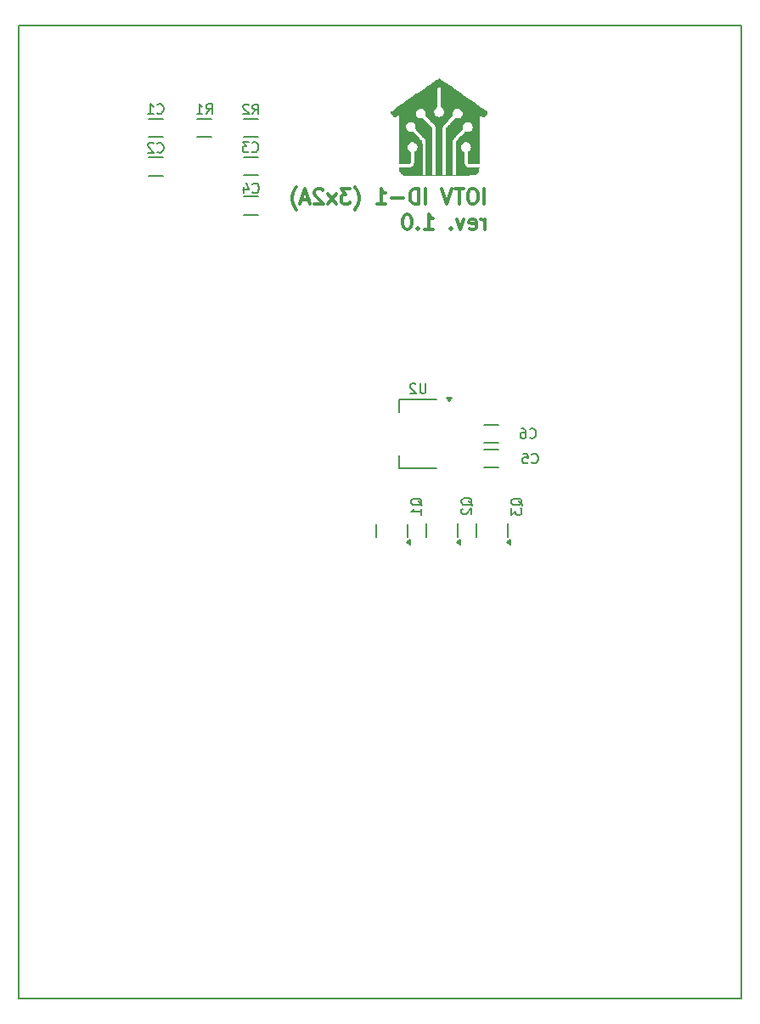
<source format=gbo>
%TF.GenerationSoftware,KiCad,Pcbnew,8.0.3-8.0.3-0~ubuntu23.10.1*%
%TF.CreationDate,2024-07-30T14:16:20+05:00*%
%TF.ProjectId,IOTV,494f5456-2e6b-4696-9361-645f70636258,3*%
%TF.SameCoordinates,Original*%
%TF.FileFunction,Legend,Bot*%
%TF.FilePolarity,Positive*%
%FSLAX46Y46*%
G04 Gerber Fmt 4.6, Leading zero omitted, Abs format (unit mm)*
G04 Created by KiCad (PCBNEW 8.0.3-8.0.3-0~ubuntu23.10.1) date 2024-07-30 14:16:20*
%MOMM*%
%LPD*%
G01*
G04 APERTURE LIST*
%ADD10C,0.300000*%
%ADD11C,0.375000*%
%ADD12C,0.150000*%
%ADD13C,0.000000*%
%TA.AperFunction,Profile*%
%ADD14C,0.150000*%
%TD*%
G04 APERTURE END LIST*
D10*
X158585489Y-67096828D02*
X158585489Y-66096828D01*
X158585489Y-66382542D02*
X158514060Y-66239685D01*
X158514060Y-66239685D02*
X158442632Y-66168257D01*
X158442632Y-66168257D02*
X158299774Y-66096828D01*
X158299774Y-66096828D02*
X158156917Y-66096828D01*
X157085489Y-67025400D02*
X157228346Y-67096828D01*
X157228346Y-67096828D02*
X157514061Y-67096828D01*
X157514061Y-67096828D02*
X157656918Y-67025400D01*
X157656918Y-67025400D02*
X157728346Y-66882542D01*
X157728346Y-66882542D02*
X157728346Y-66311114D01*
X157728346Y-66311114D02*
X157656918Y-66168257D01*
X157656918Y-66168257D02*
X157514061Y-66096828D01*
X157514061Y-66096828D02*
X157228346Y-66096828D01*
X157228346Y-66096828D02*
X157085489Y-66168257D01*
X157085489Y-66168257D02*
X157014061Y-66311114D01*
X157014061Y-66311114D02*
X157014061Y-66453971D01*
X157014061Y-66453971D02*
X157728346Y-66596828D01*
X156514061Y-66096828D02*
X156156918Y-67096828D01*
X156156918Y-67096828D02*
X155799775Y-66096828D01*
X155228347Y-66953971D02*
X155156918Y-67025400D01*
X155156918Y-67025400D02*
X155228347Y-67096828D01*
X155228347Y-67096828D02*
X155299775Y-67025400D01*
X155299775Y-67025400D02*
X155228347Y-66953971D01*
X155228347Y-66953971D02*
X155228347Y-67096828D01*
X152585489Y-67096828D02*
X153442632Y-67096828D01*
X153014061Y-67096828D02*
X153014061Y-65596828D01*
X153014061Y-65596828D02*
X153156918Y-65811114D01*
X153156918Y-65811114D02*
X153299775Y-65953971D01*
X153299775Y-65953971D02*
X153442632Y-66025400D01*
X151942633Y-66953971D02*
X151871204Y-67025400D01*
X151871204Y-67025400D02*
X151942633Y-67096828D01*
X151942633Y-67096828D02*
X152014061Y-67025400D01*
X152014061Y-67025400D02*
X151942633Y-66953971D01*
X151942633Y-66953971D02*
X151942633Y-67096828D01*
X150942632Y-65596828D02*
X150799775Y-65596828D01*
X150799775Y-65596828D02*
X150656918Y-65668257D01*
X150656918Y-65668257D02*
X150585490Y-65739685D01*
X150585490Y-65739685D02*
X150514061Y-65882542D01*
X150514061Y-65882542D02*
X150442632Y-66168257D01*
X150442632Y-66168257D02*
X150442632Y-66525400D01*
X150442632Y-66525400D02*
X150514061Y-66811114D01*
X150514061Y-66811114D02*
X150585490Y-66953971D01*
X150585490Y-66953971D02*
X150656918Y-67025400D01*
X150656918Y-67025400D02*
X150799775Y-67096828D01*
X150799775Y-67096828D02*
X150942632Y-67096828D01*
X150942632Y-67096828D02*
X151085490Y-67025400D01*
X151085490Y-67025400D02*
X151156918Y-66953971D01*
X151156918Y-66953971D02*
X151228347Y-66811114D01*
X151228347Y-66811114D02*
X151299775Y-66525400D01*
X151299775Y-66525400D02*
X151299775Y-66168257D01*
X151299775Y-66168257D02*
X151228347Y-65882542D01*
X151228347Y-65882542D02*
X151156918Y-65739685D01*
X151156918Y-65739685D02*
X151085490Y-65668257D01*
X151085490Y-65668257D02*
X150942632Y-65596828D01*
D11*
X158551428Y-64552928D02*
X158551428Y-63052928D01*
X157551427Y-63052928D02*
X157265713Y-63052928D01*
X157265713Y-63052928D02*
X157122856Y-63124357D01*
X157122856Y-63124357D02*
X156979999Y-63267214D01*
X156979999Y-63267214D02*
X156908570Y-63552928D01*
X156908570Y-63552928D02*
X156908570Y-64052928D01*
X156908570Y-64052928D02*
X156979999Y-64338642D01*
X156979999Y-64338642D02*
X157122856Y-64481500D01*
X157122856Y-64481500D02*
X157265713Y-64552928D01*
X157265713Y-64552928D02*
X157551427Y-64552928D01*
X157551427Y-64552928D02*
X157694285Y-64481500D01*
X157694285Y-64481500D02*
X157837142Y-64338642D01*
X157837142Y-64338642D02*
X157908570Y-64052928D01*
X157908570Y-64052928D02*
X157908570Y-63552928D01*
X157908570Y-63552928D02*
X157837142Y-63267214D01*
X157837142Y-63267214D02*
X157694285Y-63124357D01*
X157694285Y-63124357D02*
X157551427Y-63052928D01*
X156479998Y-63052928D02*
X155622856Y-63052928D01*
X156051427Y-64552928D02*
X156051427Y-63052928D01*
X155337141Y-63052928D02*
X154837141Y-64552928D01*
X154837141Y-64552928D02*
X154337141Y-63052928D01*
X152694285Y-64552928D02*
X152694285Y-63052928D01*
X151979999Y-64552928D02*
X151979999Y-63052928D01*
X151979999Y-63052928D02*
X151622856Y-63052928D01*
X151622856Y-63052928D02*
X151408570Y-63124357D01*
X151408570Y-63124357D02*
X151265713Y-63267214D01*
X151265713Y-63267214D02*
X151194284Y-63410071D01*
X151194284Y-63410071D02*
X151122856Y-63695785D01*
X151122856Y-63695785D02*
X151122856Y-63910071D01*
X151122856Y-63910071D02*
X151194284Y-64195785D01*
X151194284Y-64195785D02*
X151265713Y-64338642D01*
X151265713Y-64338642D02*
X151408570Y-64481500D01*
X151408570Y-64481500D02*
X151622856Y-64552928D01*
X151622856Y-64552928D02*
X151979999Y-64552928D01*
X150479999Y-63981500D02*
X149337142Y-63981500D01*
X147837141Y-64552928D02*
X148694284Y-64552928D01*
X148265713Y-64552928D02*
X148265713Y-63052928D01*
X148265713Y-63052928D02*
X148408570Y-63267214D01*
X148408570Y-63267214D02*
X148551427Y-63410071D01*
X148551427Y-63410071D02*
X148694284Y-63481500D01*
X145622856Y-65124357D02*
X145694285Y-65052928D01*
X145694285Y-65052928D02*
X145837142Y-64838642D01*
X145837142Y-64838642D02*
X145908571Y-64695785D01*
X145908571Y-64695785D02*
X145979999Y-64481500D01*
X145979999Y-64481500D02*
X146051428Y-64124357D01*
X146051428Y-64124357D02*
X146051428Y-63838642D01*
X146051428Y-63838642D02*
X145979999Y-63481500D01*
X145979999Y-63481500D02*
X145908571Y-63267214D01*
X145908571Y-63267214D02*
X145837142Y-63124357D01*
X145837142Y-63124357D02*
X145694285Y-62910071D01*
X145694285Y-62910071D02*
X145622856Y-62838642D01*
X145194285Y-63052928D02*
X144265713Y-63052928D01*
X144265713Y-63052928D02*
X144765713Y-63624357D01*
X144765713Y-63624357D02*
X144551428Y-63624357D01*
X144551428Y-63624357D02*
X144408571Y-63695785D01*
X144408571Y-63695785D02*
X144337142Y-63767214D01*
X144337142Y-63767214D02*
X144265713Y-63910071D01*
X144265713Y-63910071D02*
X144265713Y-64267214D01*
X144265713Y-64267214D02*
X144337142Y-64410071D01*
X144337142Y-64410071D02*
X144408571Y-64481500D01*
X144408571Y-64481500D02*
X144551428Y-64552928D01*
X144551428Y-64552928D02*
X144979999Y-64552928D01*
X144979999Y-64552928D02*
X145122856Y-64481500D01*
X145122856Y-64481500D02*
X145194285Y-64410071D01*
X143765714Y-64552928D02*
X142980000Y-63552928D01*
X143765714Y-63552928D02*
X142980000Y-64552928D01*
X142479999Y-63195785D02*
X142408571Y-63124357D01*
X142408571Y-63124357D02*
X142265714Y-63052928D01*
X142265714Y-63052928D02*
X141908571Y-63052928D01*
X141908571Y-63052928D02*
X141765714Y-63124357D01*
X141765714Y-63124357D02*
X141694285Y-63195785D01*
X141694285Y-63195785D02*
X141622856Y-63338642D01*
X141622856Y-63338642D02*
X141622856Y-63481500D01*
X141622856Y-63481500D02*
X141694285Y-63695785D01*
X141694285Y-63695785D02*
X142551428Y-64552928D01*
X142551428Y-64552928D02*
X141622856Y-64552928D01*
X141051428Y-64124357D02*
X140337143Y-64124357D01*
X141194285Y-64552928D02*
X140694285Y-63052928D01*
X140694285Y-63052928D02*
X140194285Y-64552928D01*
X139837143Y-65124357D02*
X139765714Y-65052928D01*
X139765714Y-65052928D02*
X139622857Y-64838642D01*
X139622857Y-64838642D02*
X139551429Y-64695785D01*
X139551429Y-64695785D02*
X139480000Y-64481500D01*
X139480000Y-64481500D02*
X139408571Y-64124357D01*
X139408571Y-64124357D02*
X139408571Y-63838642D01*
X139408571Y-63838642D02*
X139480000Y-63481500D01*
X139480000Y-63481500D02*
X139551429Y-63267214D01*
X139551429Y-63267214D02*
X139622857Y-63124357D01*
X139622857Y-63124357D02*
X139765714Y-62910071D01*
X139765714Y-62910071D02*
X139837143Y-62838642D01*
D12*
X162357057Y-94607361D02*
X162309438Y-94512123D01*
X162309438Y-94512123D02*
X162214200Y-94416885D01*
X162214200Y-94416885D02*
X162071342Y-94274028D01*
X162071342Y-94274028D02*
X162023723Y-94178790D01*
X162023723Y-94178790D02*
X162023723Y-94083552D01*
X162261819Y-94131171D02*
X162214200Y-94035933D01*
X162214200Y-94035933D02*
X162118961Y-93940695D01*
X162118961Y-93940695D02*
X161928485Y-93893076D01*
X161928485Y-93893076D02*
X161595152Y-93893076D01*
X161595152Y-93893076D02*
X161404676Y-93940695D01*
X161404676Y-93940695D02*
X161309438Y-94035933D01*
X161309438Y-94035933D02*
X161261819Y-94131171D01*
X161261819Y-94131171D02*
X161261819Y-94321647D01*
X161261819Y-94321647D02*
X161309438Y-94416885D01*
X161309438Y-94416885D02*
X161404676Y-94512123D01*
X161404676Y-94512123D02*
X161595152Y-94559742D01*
X161595152Y-94559742D02*
X161928485Y-94559742D01*
X161928485Y-94559742D02*
X162118961Y-94512123D01*
X162118961Y-94512123D02*
X162214200Y-94416885D01*
X162214200Y-94416885D02*
X162261819Y-94321647D01*
X162261819Y-94321647D02*
X162261819Y-94131171D01*
X161261819Y-94893076D02*
X161261819Y-95512123D01*
X161261819Y-95512123D02*
X161642771Y-95178790D01*
X161642771Y-95178790D02*
X161642771Y-95321647D01*
X161642771Y-95321647D02*
X161690390Y-95416885D01*
X161690390Y-95416885D02*
X161738009Y-95464504D01*
X161738009Y-95464504D02*
X161833247Y-95512123D01*
X161833247Y-95512123D02*
X162071342Y-95512123D01*
X162071342Y-95512123D02*
X162166580Y-95464504D01*
X162166580Y-95464504D02*
X162214200Y-95416885D01*
X162214200Y-95416885D02*
X162261819Y-95321647D01*
X162261819Y-95321647D02*
X162261819Y-95035933D01*
X162261819Y-95035933D02*
X162214200Y-94940695D01*
X162214200Y-94940695D02*
X162166580Y-94893076D01*
X152713704Y-82418419D02*
X152713704Y-83227942D01*
X152713704Y-83227942D02*
X152666085Y-83323180D01*
X152666085Y-83323180D02*
X152618466Y-83370800D01*
X152618466Y-83370800D02*
X152523228Y-83418419D01*
X152523228Y-83418419D02*
X152332752Y-83418419D01*
X152332752Y-83418419D02*
X152237514Y-83370800D01*
X152237514Y-83370800D02*
X152189895Y-83323180D01*
X152189895Y-83323180D02*
X152142276Y-83227942D01*
X152142276Y-83227942D02*
X152142276Y-82418419D01*
X151713704Y-82513657D02*
X151666085Y-82466038D01*
X151666085Y-82466038D02*
X151570847Y-82418419D01*
X151570847Y-82418419D02*
X151332752Y-82418419D01*
X151332752Y-82418419D02*
X151237514Y-82466038D01*
X151237514Y-82466038D02*
X151189895Y-82513657D01*
X151189895Y-82513657D02*
X151142276Y-82608895D01*
X151142276Y-82608895D02*
X151142276Y-82704133D01*
X151142276Y-82704133D02*
X151189895Y-82846990D01*
X151189895Y-82846990D02*
X151761323Y-83418419D01*
X151761323Y-83418419D02*
X151142276Y-83418419D01*
X125956466Y-55493180D02*
X126004085Y-55540800D01*
X126004085Y-55540800D02*
X126146942Y-55588419D01*
X126146942Y-55588419D02*
X126242180Y-55588419D01*
X126242180Y-55588419D02*
X126385037Y-55540800D01*
X126385037Y-55540800D02*
X126480275Y-55445561D01*
X126480275Y-55445561D02*
X126527894Y-55350323D01*
X126527894Y-55350323D02*
X126575513Y-55159847D01*
X126575513Y-55159847D02*
X126575513Y-55016990D01*
X126575513Y-55016990D02*
X126527894Y-54826514D01*
X126527894Y-54826514D02*
X126480275Y-54731276D01*
X126480275Y-54731276D02*
X126385037Y-54636038D01*
X126385037Y-54636038D02*
X126242180Y-54588419D01*
X126242180Y-54588419D02*
X126146942Y-54588419D01*
X126146942Y-54588419D02*
X126004085Y-54636038D01*
X126004085Y-54636038D02*
X125956466Y-54683657D01*
X125004085Y-55588419D02*
X125575513Y-55588419D01*
X125289799Y-55588419D02*
X125289799Y-54588419D01*
X125289799Y-54588419D02*
X125385037Y-54731276D01*
X125385037Y-54731276D02*
X125480275Y-54826514D01*
X125480275Y-54826514D02*
X125575513Y-54874133D01*
X125958266Y-59353980D02*
X126005885Y-59401600D01*
X126005885Y-59401600D02*
X126148742Y-59449219D01*
X126148742Y-59449219D02*
X126243980Y-59449219D01*
X126243980Y-59449219D02*
X126386837Y-59401600D01*
X126386837Y-59401600D02*
X126482075Y-59306361D01*
X126482075Y-59306361D02*
X126529694Y-59211123D01*
X126529694Y-59211123D02*
X126577313Y-59020647D01*
X126577313Y-59020647D02*
X126577313Y-58877790D01*
X126577313Y-58877790D02*
X126529694Y-58687314D01*
X126529694Y-58687314D02*
X126482075Y-58592076D01*
X126482075Y-58592076D02*
X126386837Y-58496838D01*
X126386837Y-58496838D02*
X126243980Y-58449219D01*
X126243980Y-58449219D02*
X126148742Y-58449219D01*
X126148742Y-58449219D02*
X126005885Y-58496838D01*
X126005885Y-58496838D02*
X125958266Y-58544457D01*
X125577313Y-58544457D02*
X125529694Y-58496838D01*
X125529694Y-58496838D02*
X125434456Y-58449219D01*
X125434456Y-58449219D02*
X125196361Y-58449219D01*
X125196361Y-58449219D02*
X125101123Y-58496838D01*
X125101123Y-58496838D02*
X125053504Y-58544457D01*
X125053504Y-58544457D02*
X125005885Y-58639695D01*
X125005885Y-58639695D02*
X125005885Y-58734933D01*
X125005885Y-58734933D02*
X125053504Y-58877790D01*
X125053504Y-58877790D02*
X125624932Y-59449219D01*
X125624932Y-59449219D02*
X125005885Y-59449219D01*
X157378657Y-94581961D02*
X157331038Y-94486723D01*
X157331038Y-94486723D02*
X157235800Y-94391485D01*
X157235800Y-94391485D02*
X157092942Y-94248628D01*
X157092942Y-94248628D02*
X157045323Y-94153390D01*
X157045323Y-94153390D02*
X157045323Y-94058152D01*
X157283419Y-94105771D02*
X157235800Y-94010533D01*
X157235800Y-94010533D02*
X157140561Y-93915295D01*
X157140561Y-93915295D02*
X156950085Y-93867676D01*
X156950085Y-93867676D02*
X156616752Y-93867676D01*
X156616752Y-93867676D02*
X156426276Y-93915295D01*
X156426276Y-93915295D02*
X156331038Y-94010533D01*
X156331038Y-94010533D02*
X156283419Y-94105771D01*
X156283419Y-94105771D02*
X156283419Y-94296247D01*
X156283419Y-94296247D02*
X156331038Y-94391485D01*
X156331038Y-94391485D02*
X156426276Y-94486723D01*
X156426276Y-94486723D02*
X156616752Y-94534342D01*
X156616752Y-94534342D02*
X156950085Y-94534342D01*
X156950085Y-94534342D02*
X157140561Y-94486723D01*
X157140561Y-94486723D02*
X157235800Y-94391485D01*
X157235800Y-94391485D02*
X157283419Y-94296247D01*
X157283419Y-94296247D02*
X157283419Y-94105771D01*
X156378657Y-94915295D02*
X156331038Y-94962914D01*
X156331038Y-94962914D02*
X156283419Y-95058152D01*
X156283419Y-95058152D02*
X156283419Y-95296247D01*
X156283419Y-95296247D02*
X156331038Y-95391485D01*
X156331038Y-95391485D02*
X156378657Y-95439104D01*
X156378657Y-95439104D02*
X156473895Y-95486723D01*
X156473895Y-95486723D02*
X156569133Y-95486723D01*
X156569133Y-95486723D02*
X156711990Y-95439104D01*
X156711990Y-95439104D02*
X157283419Y-94867676D01*
X157283419Y-94867676D02*
X157283419Y-95486723D01*
X152349457Y-94607361D02*
X152301838Y-94512123D01*
X152301838Y-94512123D02*
X152206600Y-94416885D01*
X152206600Y-94416885D02*
X152063742Y-94274028D01*
X152063742Y-94274028D02*
X152016123Y-94178790D01*
X152016123Y-94178790D02*
X152016123Y-94083552D01*
X152254219Y-94131171D02*
X152206600Y-94035933D01*
X152206600Y-94035933D02*
X152111361Y-93940695D01*
X152111361Y-93940695D02*
X151920885Y-93893076D01*
X151920885Y-93893076D02*
X151587552Y-93893076D01*
X151587552Y-93893076D02*
X151397076Y-93940695D01*
X151397076Y-93940695D02*
X151301838Y-94035933D01*
X151301838Y-94035933D02*
X151254219Y-94131171D01*
X151254219Y-94131171D02*
X151254219Y-94321647D01*
X151254219Y-94321647D02*
X151301838Y-94416885D01*
X151301838Y-94416885D02*
X151397076Y-94512123D01*
X151397076Y-94512123D02*
X151587552Y-94559742D01*
X151587552Y-94559742D02*
X151920885Y-94559742D01*
X151920885Y-94559742D02*
X152111361Y-94512123D01*
X152111361Y-94512123D02*
X152206600Y-94416885D01*
X152206600Y-94416885D02*
X152254219Y-94321647D01*
X152254219Y-94321647D02*
X152254219Y-94131171D01*
X152254219Y-95512123D02*
X152254219Y-94940695D01*
X152254219Y-95226409D02*
X151254219Y-95226409D01*
X151254219Y-95226409D02*
X151397076Y-95131171D01*
X151397076Y-95131171D02*
X151492314Y-95035933D01*
X151492314Y-95035933D02*
X151539933Y-94940695D01*
X130833266Y-55584219D02*
X131166599Y-55108028D01*
X131404694Y-55584219D02*
X131404694Y-54584219D01*
X131404694Y-54584219D02*
X131023742Y-54584219D01*
X131023742Y-54584219D02*
X130928504Y-54631838D01*
X130928504Y-54631838D02*
X130880885Y-54679457D01*
X130880885Y-54679457D02*
X130833266Y-54774695D01*
X130833266Y-54774695D02*
X130833266Y-54917552D01*
X130833266Y-54917552D02*
X130880885Y-55012790D01*
X130880885Y-55012790D02*
X130928504Y-55060409D01*
X130928504Y-55060409D02*
X131023742Y-55108028D01*
X131023742Y-55108028D02*
X131404694Y-55108028D01*
X129880885Y-55584219D02*
X130452313Y-55584219D01*
X130166599Y-55584219D02*
X130166599Y-54584219D01*
X130166599Y-54584219D02*
X130261837Y-54727076D01*
X130261837Y-54727076D02*
X130357075Y-54822314D01*
X130357075Y-54822314D02*
X130452313Y-54869933D01*
X135456066Y-55618419D02*
X135789399Y-55142228D01*
X136027494Y-55618419D02*
X136027494Y-54618419D01*
X136027494Y-54618419D02*
X135646542Y-54618419D01*
X135646542Y-54618419D02*
X135551304Y-54666038D01*
X135551304Y-54666038D02*
X135503685Y-54713657D01*
X135503685Y-54713657D02*
X135456066Y-54808895D01*
X135456066Y-54808895D02*
X135456066Y-54951752D01*
X135456066Y-54951752D02*
X135503685Y-55046990D01*
X135503685Y-55046990D02*
X135551304Y-55094609D01*
X135551304Y-55094609D02*
X135646542Y-55142228D01*
X135646542Y-55142228D02*
X136027494Y-55142228D01*
X135075113Y-54713657D02*
X135027494Y-54666038D01*
X135027494Y-54666038D02*
X134932256Y-54618419D01*
X134932256Y-54618419D02*
X134694161Y-54618419D01*
X134694161Y-54618419D02*
X134598923Y-54666038D01*
X134598923Y-54666038D02*
X134551304Y-54713657D01*
X134551304Y-54713657D02*
X134503685Y-54808895D01*
X134503685Y-54808895D02*
X134503685Y-54904133D01*
X134503685Y-54904133D02*
X134551304Y-55046990D01*
X134551304Y-55046990D02*
X135122732Y-55618419D01*
X135122732Y-55618419D02*
X134503685Y-55618419D01*
X163294466Y-90312380D02*
X163342085Y-90360000D01*
X163342085Y-90360000D02*
X163484942Y-90407619D01*
X163484942Y-90407619D02*
X163580180Y-90407619D01*
X163580180Y-90407619D02*
X163723037Y-90360000D01*
X163723037Y-90360000D02*
X163818275Y-90264761D01*
X163818275Y-90264761D02*
X163865894Y-90169523D01*
X163865894Y-90169523D02*
X163913513Y-89979047D01*
X163913513Y-89979047D02*
X163913513Y-89836190D01*
X163913513Y-89836190D02*
X163865894Y-89645714D01*
X163865894Y-89645714D02*
X163818275Y-89550476D01*
X163818275Y-89550476D02*
X163723037Y-89455238D01*
X163723037Y-89455238D02*
X163580180Y-89407619D01*
X163580180Y-89407619D02*
X163484942Y-89407619D01*
X163484942Y-89407619D02*
X163342085Y-89455238D01*
X163342085Y-89455238D02*
X163294466Y-89502857D01*
X162389704Y-89407619D02*
X162865894Y-89407619D01*
X162865894Y-89407619D02*
X162913513Y-89883809D01*
X162913513Y-89883809D02*
X162865894Y-89836190D01*
X162865894Y-89836190D02*
X162770656Y-89788571D01*
X162770656Y-89788571D02*
X162532561Y-89788571D01*
X162532561Y-89788571D02*
X162437323Y-89836190D01*
X162437323Y-89836190D02*
X162389704Y-89883809D01*
X162389704Y-89883809D02*
X162342085Y-89979047D01*
X162342085Y-89979047D02*
X162342085Y-90217142D01*
X162342085Y-90217142D02*
X162389704Y-90312380D01*
X162389704Y-90312380D02*
X162437323Y-90360000D01*
X162437323Y-90360000D02*
X162532561Y-90407619D01*
X162532561Y-90407619D02*
X162770656Y-90407619D01*
X162770656Y-90407619D02*
X162865894Y-90360000D01*
X162865894Y-90360000D02*
X162913513Y-90312380D01*
X163091266Y-87823180D02*
X163138885Y-87870800D01*
X163138885Y-87870800D02*
X163281742Y-87918419D01*
X163281742Y-87918419D02*
X163376980Y-87918419D01*
X163376980Y-87918419D02*
X163519837Y-87870800D01*
X163519837Y-87870800D02*
X163615075Y-87775561D01*
X163615075Y-87775561D02*
X163662694Y-87680323D01*
X163662694Y-87680323D02*
X163710313Y-87489847D01*
X163710313Y-87489847D02*
X163710313Y-87346990D01*
X163710313Y-87346990D02*
X163662694Y-87156514D01*
X163662694Y-87156514D02*
X163615075Y-87061276D01*
X163615075Y-87061276D02*
X163519837Y-86966038D01*
X163519837Y-86966038D02*
X163376980Y-86918419D01*
X163376980Y-86918419D02*
X163281742Y-86918419D01*
X163281742Y-86918419D02*
X163138885Y-86966038D01*
X163138885Y-86966038D02*
X163091266Y-87013657D01*
X162234123Y-86918419D02*
X162424599Y-86918419D01*
X162424599Y-86918419D02*
X162519837Y-86966038D01*
X162519837Y-86966038D02*
X162567456Y-87013657D01*
X162567456Y-87013657D02*
X162662694Y-87156514D01*
X162662694Y-87156514D02*
X162710313Y-87346990D01*
X162710313Y-87346990D02*
X162710313Y-87727942D01*
X162710313Y-87727942D02*
X162662694Y-87823180D01*
X162662694Y-87823180D02*
X162615075Y-87870800D01*
X162615075Y-87870800D02*
X162519837Y-87918419D01*
X162519837Y-87918419D02*
X162329361Y-87918419D01*
X162329361Y-87918419D02*
X162234123Y-87870800D01*
X162234123Y-87870800D02*
X162186504Y-87823180D01*
X162186504Y-87823180D02*
X162138885Y-87727942D01*
X162138885Y-87727942D02*
X162138885Y-87489847D01*
X162138885Y-87489847D02*
X162186504Y-87394609D01*
X162186504Y-87394609D02*
X162234123Y-87346990D01*
X162234123Y-87346990D02*
X162329361Y-87299371D01*
X162329361Y-87299371D02*
X162519837Y-87299371D01*
X162519837Y-87299371D02*
X162615075Y-87346990D01*
X162615075Y-87346990D02*
X162662694Y-87394609D01*
X162662694Y-87394609D02*
X162710313Y-87489847D01*
X135405266Y-59298980D02*
X135452885Y-59346600D01*
X135452885Y-59346600D02*
X135595742Y-59394219D01*
X135595742Y-59394219D02*
X135690980Y-59394219D01*
X135690980Y-59394219D02*
X135833837Y-59346600D01*
X135833837Y-59346600D02*
X135929075Y-59251361D01*
X135929075Y-59251361D02*
X135976694Y-59156123D01*
X135976694Y-59156123D02*
X136024313Y-58965647D01*
X136024313Y-58965647D02*
X136024313Y-58822790D01*
X136024313Y-58822790D02*
X135976694Y-58632314D01*
X135976694Y-58632314D02*
X135929075Y-58537076D01*
X135929075Y-58537076D02*
X135833837Y-58441838D01*
X135833837Y-58441838D02*
X135690980Y-58394219D01*
X135690980Y-58394219D02*
X135595742Y-58394219D01*
X135595742Y-58394219D02*
X135452885Y-58441838D01*
X135452885Y-58441838D02*
X135405266Y-58489457D01*
X135071932Y-58394219D02*
X134452885Y-58394219D01*
X134452885Y-58394219D02*
X134786218Y-58775171D01*
X134786218Y-58775171D02*
X134643361Y-58775171D01*
X134643361Y-58775171D02*
X134548123Y-58822790D01*
X134548123Y-58822790D02*
X134500504Y-58870409D01*
X134500504Y-58870409D02*
X134452885Y-58965647D01*
X134452885Y-58965647D02*
X134452885Y-59203742D01*
X134452885Y-59203742D02*
X134500504Y-59298980D01*
X134500504Y-59298980D02*
X134548123Y-59346600D01*
X134548123Y-59346600D02*
X134643361Y-59394219D01*
X134643361Y-59394219D02*
X134929075Y-59394219D01*
X134929075Y-59394219D02*
X135024313Y-59346600D01*
X135024313Y-59346600D02*
X135071932Y-59298980D01*
X135456066Y-63388380D02*
X135503685Y-63436000D01*
X135503685Y-63436000D02*
X135646542Y-63483619D01*
X135646542Y-63483619D02*
X135741780Y-63483619D01*
X135741780Y-63483619D02*
X135884637Y-63436000D01*
X135884637Y-63436000D02*
X135979875Y-63340761D01*
X135979875Y-63340761D02*
X136027494Y-63245523D01*
X136027494Y-63245523D02*
X136075113Y-63055047D01*
X136075113Y-63055047D02*
X136075113Y-62912190D01*
X136075113Y-62912190D02*
X136027494Y-62721714D01*
X136027494Y-62721714D02*
X135979875Y-62626476D01*
X135979875Y-62626476D02*
X135884637Y-62531238D01*
X135884637Y-62531238D02*
X135741780Y-62483619D01*
X135741780Y-62483619D02*
X135646542Y-62483619D01*
X135646542Y-62483619D02*
X135503685Y-62531238D01*
X135503685Y-62531238D02*
X135456066Y-62578857D01*
X134598923Y-62816952D02*
X134598923Y-63483619D01*
X134837018Y-62436000D02*
X135075113Y-63150285D01*
X135075113Y-63150285D02*
X134456066Y-63150285D01*
%TO.C,Q3*%
X161147600Y-98469600D02*
X160817600Y-98229600D01*
X161147600Y-97989600D01*
X161147600Y-98469600D01*
G36*
X161147600Y-98469600D02*
G01*
X160817600Y-98229600D01*
X161147600Y-97989600D01*
X161147600Y-98469600D01*
G37*
X160867600Y-97717100D02*
X160867600Y-97067100D01*
X160867600Y-96417100D02*
X160867600Y-97067100D01*
X157747600Y-97717100D02*
X157747600Y-97067100D01*
X157747600Y-96417100D02*
X157747600Y-97067100D01*
%TO.C,U2*%
X155081800Y-84153600D02*
X154841800Y-83823600D01*
X155321800Y-83823600D01*
X155081800Y-84153600D01*
G36*
X155081800Y-84153600D02*
G01*
X154841800Y-83823600D01*
X155321800Y-83823600D01*
X155081800Y-84153600D01*
G37*
X150041800Y-90873600D02*
X153801800Y-90873600D01*
X150041800Y-89613600D02*
X150041800Y-90873600D01*
X150041800Y-85313600D02*
X150041800Y-84053600D01*
X150041800Y-84053600D02*
X153801800Y-84053600D01*
%TO.C,C1*%
X125078548Y-57893600D02*
X126501052Y-57893600D01*
X125078548Y-56073600D02*
X126501052Y-56073600D01*
D13*
%TO.C,G\u002A\u002A\u002A*%
G36*
X158831836Y-55587792D02*
G01*
X158763666Y-55691461D01*
X158716406Y-55757471D01*
X158652011Y-55837032D01*
X158596910Y-55888549D01*
X158546153Y-55916314D01*
X158494796Y-55924615D01*
X158468751Y-55916119D01*
X158416479Y-55889173D01*
X158347496Y-55848166D01*
X158269806Y-55797615D01*
X158199509Y-55750372D01*
X158136616Y-55708968D01*
X158092518Y-55680930D01*
X158073938Y-55670615D01*
X158072878Y-55689401D01*
X158071846Y-55744944D01*
X158070862Y-55834908D01*
X158069932Y-55956952D01*
X158069065Y-56108737D01*
X158068269Y-56287923D01*
X158067553Y-56492170D01*
X158066925Y-56719139D01*
X158066527Y-56903874D01*
X158066392Y-56966490D01*
X158065964Y-57231884D01*
X158065648Y-57512980D01*
X158065452Y-57807440D01*
X158065385Y-58112923D01*
X158065385Y-60555230D01*
X157539346Y-60555230D01*
X157013306Y-60555230D01*
X156953192Y-60504647D01*
X156893077Y-60454064D01*
X156893077Y-59901326D01*
X156893077Y-59348587D01*
X156950722Y-59324709D01*
X156965994Y-59317367D01*
X157020670Y-59281854D01*
X157074421Y-59236682D01*
X157078393Y-59232784D01*
X157159581Y-59128016D01*
X157207503Y-59012833D01*
X157224148Y-58892914D01*
X157211504Y-58773937D01*
X157171560Y-58661579D01*
X157106305Y-58561519D01*
X157017727Y-58479436D01*
X156907816Y-58421006D01*
X156778558Y-58391910D01*
X156733310Y-58389671D01*
X156598138Y-58406215D01*
X156477271Y-58455301D01*
X156375314Y-58532728D01*
X156296872Y-58634296D01*
X156246552Y-58755806D01*
X156228960Y-58893057D01*
X156240042Y-58979500D01*
X156279543Y-59087543D01*
X156341277Y-59188212D01*
X156418518Y-59270958D01*
X156504537Y-59325231D01*
X156560923Y-59348587D01*
X156560923Y-59872793D01*
X156561205Y-59966186D01*
X156562943Y-60117611D01*
X156566105Y-60251817D01*
X156570503Y-60363342D01*
X156575950Y-60446722D01*
X156582261Y-60496493D01*
X156587879Y-60519464D01*
X156639403Y-60636372D01*
X156723459Y-60738296D01*
X156835157Y-60819000D01*
X156941923Y-60877615D01*
X157505774Y-60877615D01*
X158069624Y-60877615D01*
X158061602Y-61046170D01*
X158056629Y-61121469D01*
X158045184Y-61198889D01*
X158024426Y-61267174D01*
X157990277Y-61343311D01*
X157915197Y-61463917D01*
X157804422Y-61575661D01*
X157669564Y-61657338D01*
X157513039Y-61707105D01*
X157508007Y-61707684D01*
X157467498Y-61709392D01*
X157390626Y-61711014D01*
X157279432Y-61712542D01*
X157135958Y-61713968D01*
X156962246Y-61715284D01*
X156760337Y-61716483D01*
X156532272Y-61717556D01*
X156280094Y-61718496D01*
X156005843Y-61719294D01*
X155711562Y-61719944D01*
X155399292Y-61720436D01*
X155071074Y-61720763D01*
X154728951Y-61720917D01*
X154374964Y-61720890D01*
X154011154Y-61720674D01*
X150591923Y-61717769D01*
X150480784Y-61672855D01*
X150342753Y-61597709D01*
X150227985Y-61493516D01*
X150140937Y-61364358D01*
X150083715Y-61213371D01*
X150058424Y-61043692D01*
X150050377Y-60877615D01*
X150614227Y-60877615D01*
X151178077Y-60877615D01*
X151284844Y-60819000D01*
X151307561Y-60805837D01*
X151414471Y-60720700D01*
X151492828Y-60615507D01*
X151537740Y-60496493D01*
X151541488Y-60472089D01*
X151547321Y-60402194D01*
X151552184Y-60301853D01*
X151555889Y-60176531D01*
X151558249Y-60031690D01*
X151559077Y-59872793D01*
X151559077Y-59348587D01*
X151615464Y-59325231D01*
X151686243Y-59283295D01*
X151765588Y-59204958D01*
X151830653Y-59106773D01*
X151874713Y-58999289D01*
X151891040Y-58893057D01*
X151889274Y-58847948D01*
X151860772Y-58715248D01*
X151801008Y-58599626D01*
X151714587Y-58505281D01*
X151606115Y-58436414D01*
X151480198Y-58397223D01*
X151341442Y-58391910D01*
X151271292Y-58403283D01*
X151147853Y-58450723D01*
X151043940Y-58527542D01*
X150964095Y-58628737D01*
X150912858Y-58749302D01*
X150894770Y-58884233D01*
X150895018Y-58898635D01*
X150916431Y-59021879D01*
X150968375Y-59137695D01*
X151045187Y-59236341D01*
X151141201Y-59308072D01*
X151226923Y-59353548D01*
X151226923Y-59903806D01*
X151226923Y-60454064D01*
X151166809Y-60504647D01*
X151106694Y-60555230D01*
X150580655Y-60555230D01*
X150054616Y-60555230D01*
X150054616Y-58112923D01*
X150054539Y-57810329D01*
X150054313Y-57515752D01*
X150053947Y-57234516D01*
X150053451Y-56968960D01*
X150053140Y-56844278D01*
X150731433Y-56844278D01*
X150740487Y-56973338D01*
X150785205Y-57104144D01*
X150787492Y-57108764D01*
X150864514Y-57222289D01*
X150965345Y-57305612D01*
X151086898Y-57356846D01*
X151226087Y-57374098D01*
X151267338Y-57372614D01*
X151338879Y-57364474D01*
X151391889Y-57351655D01*
X151403002Y-57347618D01*
X151419032Y-57344565D01*
X151436955Y-57347586D01*
X151459988Y-57359377D01*
X151491349Y-57382631D01*
X151534255Y-57420044D01*
X151591924Y-57474309D01*
X151667573Y-57548121D01*
X151764420Y-57644175D01*
X151885682Y-57765164D01*
X151995396Y-57875696D01*
X152110702Y-57994405D01*
X152207309Y-58096856D01*
X152282782Y-58180412D01*
X152334690Y-58242434D01*
X152360601Y-58280284D01*
X152364599Y-58288769D01*
X152370901Y-58304462D01*
X152376389Y-58323461D01*
X152381119Y-58348321D01*
X152385147Y-58381598D01*
X152388529Y-58425846D01*
X152391323Y-58483620D01*
X152393583Y-58557476D01*
X152395366Y-58649969D01*
X152396729Y-58763652D01*
X152397728Y-58901083D01*
X152398419Y-59064815D01*
X152398859Y-59257404D01*
X152399103Y-59481404D01*
X152399209Y-59739372D01*
X152399231Y-60033861D01*
X152399231Y-61708000D01*
X152555539Y-61708000D01*
X152711846Y-61708000D01*
X152711846Y-59999117D01*
X152711846Y-59974440D01*
X152711830Y-59679926D01*
X152711743Y-59421714D01*
X152711527Y-59197230D01*
X152711123Y-59003900D01*
X152710471Y-58839150D01*
X152709513Y-58700408D01*
X152708190Y-58585099D01*
X152706442Y-58490649D01*
X152704212Y-58414485D01*
X152701440Y-58354034D01*
X152698066Y-58306721D01*
X152694033Y-58269973D01*
X152689282Y-58241216D01*
X152683752Y-58217877D01*
X152677386Y-58197381D01*
X152670124Y-58177156D01*
X152668909Y-58173889D01*
X152655316Y-58141380D01*
X152637669Y-58108522D01*
X152613003Y-58071923D01*
X152578355Y-58028190D01*
X152530758Y-57973931D01*
X152467248Y-57905752D01*
X152384861Y-57820261D01*
X152280631Y-57714066D01*
X152151594Y-57583773D01*
X152042410Y-57473692D01*
X151936617Y-57366524D01*
X151853658Y-57281435D01*
X151790947Y-57215401D01*
X151745898Y-57165399D01*
X151715925Y-57128408D01*
X151698444Y-57101402D01*
X151690867Y-57081361D01*
X151690610Y-57065260D01*
X151695086Y-57050078D01*
X151701726Y-57028927D01*
X151713626Y-56945744D01*
X151713288Y-56848060D01*
X151701445Y-56752682D01*
X151678827Y-56676412D01*
X151666151Y-56650598D01*
X151588171Y-56542631D01*
X151484926Y-56460389D01*
X151362912Y-56408010D01*
X151228622Y-56389630D01*
X151111200Y-56402322D01*
X150989047Y-56446727D01*
X150886852Y-56518187D01*
X150807758Y-56611640D01*
X150754904Y-56722024D01*
X150731433Y-56844278D01*
X150053140Y-56844278D01*
X150052833Y-56721425D01*
X150052104Y-56494248D01*
X150051273Y-56289771D01*
X150050350Y-56110333D01*
X150049344Y-55958274D01*
X150048264Y-55835933D01*
X150047121Y-55745649D01*
X150045923Y-55689764D01*
X150044680Y-55670615D01*
X150027839Y-55679612D01*
X149984937Y-55706681D01*
X149922973Y-55747481D01*
X149848732Y-55797615D01*
X149780035Y-55842828D01*
X149709961Y-55885232D01*
X149655655Y-55914011D01*
X149625126Y-55924615D01*
X149592747Y-55921480D01*
X149542347Y-55901506D01*
X149489439Y-55859369D01*
X149429082Y-55790783D01*
X149356335Y-55691461D01*
X149292091Y-55593735D01*
X149247150Y-55509971D01*
X149242974Y-55496705D01*
X151737230Y-55496705D01*
X151738143Y-55613855D01*
X151765961Y-55727977D01*
X151821314Y-55833401D01*
X151904832Y-55924455D01*
X152017145Y-55995467D01*
X152116110Y-56028510D01*
X152249257Y-56041444D01*
X152379672Y-56022313D01*
X152447777Y-56002781D01*
X152892458Y-56447146D01*
X152949827Y-56504743D01*
X153055945Y-56612744D01*
X153152186Y-56712565D01*
X153234953Y-56800364D01*
X153300646Y-56872300D01*
X153345666Y-56924528D01*
X153366416Y-56953208D01*
X153367878Y-56956643D01*
X153372176Y-56972014D01*
X153376018Y-56995853D01*
X153379427Y-57030201D01*
X153382428Y-57077097D01*
X153385047Y-57138583D01*
X153387308Y-57216699D01*
X153389236Y-57313486D01*
X153390856Y-57430984D01*
X153392192Y-57571234D01*
X153393270Y-57736277D01*
X153394113Y-57928153D01*
X153394748Y-58148903D01*
X153395199Y-58400567D01*
X153395490Y-58685186D01*
X153395646Y-59004801D01*
X153395693Y-59361452D01*
X153395693Y-59974440D01*
X153395693Y-61708000D01*
X153561770Y-61708000D01*
X153727846Y-61708000D01*
X153727846Y-59377259D01*
X153727851Y-59247911D01*
X153727876Y-58899352D01*
X154392132Y-58899352D01*
X154392132Y-59015684D01*
X154392154Y-59377259D01*
X154392154Y-61708000D01*
X154558231Y-61708000D01*
X154724308Y-61708000D01*
X154724308Y-59999117D01*
X155408154Y-59999117D01*
X155408154Y-61708000D01*
X155564462Y-61708000D01*
X155720770Y-61708000D01*
X155720770Y-60033861D01*
X155720776Y-59860591D01*
X155720839Y-59587330D01*
X155721017Y-59349128D01*
X155721366Y-59143429D01*
X155721943Y-58967679D01*
X155722803Y-58819323D01*
X155724004Y-58695805D01*
X155725601Y-58594570D01*
X155727650Y-58513063D01*
X155730209Y-58448730D01*
X155733333Y-58399014D01*
X155737078Y-58361362D01*
X155741501Y-58333218D01*
X155746658Y-58312027D01*
X155752606Y-58295234D01*
X155759400Y-58280284D01*
X155779402Y-58250120D01*
X155827348Y-58191757D01*
X155899244Y-58111442D01*
X155992660Y-58011813D01*
X156105162Y-57895507D01*
X156234319Y-57765164D01*
X156317295Y-57682336D01*
X156422073Y-57578115D01*
X156504561Y-57497051D01*
X156567976Y-57436449D01*
X156615535Y-57393615D01*
X156650456Y-57365854D01*
X156675957Y-57350472D01*
X156695255Y-57344775D01*
X156711567Y-57346067D01*
X156728111Y-57351655D01*
X156802767Y-57368645D01*
X156899448Y-57373025D01*
X156997352Y-57364154D01*
X157078477Y-57342503D01*
X157124275Y-57320846D01*
X157234407Y-57242806D01*
X157317260Y-57143331D01*
X157370653Y-57028371D01*
X157392406Y-56903874D01*
X157380338Y-56775792D01*
X157332268Y-56650073D01*
X157257304Y-56543546D01*
X157154926Y-56458670D01*
X157032415Y-56407049D01*
X156891379Y-56389630D01*
X156862195Y-56390482D01*
X156729966Y-56416418D01*
X156611389Y-56475476D01*
X156512960Y-56563520D01*
X156441174Y-56676412D01*
X156432668Y-56698125D01*
X156413479Y-56782464D01*
X156405303Y-56880439D01*
X156408872Y-56975245D01*
X156424915Y-57050078D01*
X156428944Y-57062932D01*
X156429586Y-57078693D01*
X156423309Y-57097928D01*
X156407526Y-57123661D01*
X156379651Y-57158913D01*
X156337099Y-57206708D01*
X156277285Y-57270068D01*
X156197622Y-57352017D01*
X156095524Y-57455578D01*
X155968406Y-57583773D01*
X155954698Y-57597584D01*
X155828202Y-57725387D01*
X155726224Y-57829422D01*
X155645801Y-57913082D01*
X155583968Y-57979759D01*
X155537759Y-58032847D01*
X155504211Y-58075737D01*
X155480357Y-58111824D01*
X155463234Y-58144499D01*
X155449876Y-58177156D01*
X155449274Y-58178790D01*
X155442084Y-58198943D01*
X155435786Y-58219569D01*
X155430319Y-58243240D01*
X155425626Y-58272529D01*
X155421647Y-58310012D01*
X155418323Y-58358261D01*
X155415595Y-58419851D01*
X155413405Y-58497354D01*
X155411693Y-58593344D01*
X155410400Y-58710396D01*
X155409469Y-58851083D01*
X155408838Y-59017978D01*
X155408451Y-59213655D01*
X155408247Y-59440688D01*
X155408167Y-59701651D01*
X155408154Y-59999117D01*
X154724308Y-59999117D01*
X154724308Y-59361452D01*
X154724312Y-59244230D01*
X154724391Y-58899543D01*
X154724588Y-58591246D01*
X154724927Y-58317297D01*
X154725433Y-58075656D01*
X154726131Y-57864283D01*
X154727046Y-57681136D01*
X154728203Y-57524175D01*
X154729626Y-57391360D01*
X154731341Y-57280650D01*
X154733372Y-57190005D01*
X154735744Y-57117383D01*
X154738481Y-57060744D01*
X154741609Y-57018048D01*
X154745153Y-56987254D01*
X154749137Y-56966321D01*
X154753585Y-56953208D01*
X154761441Y-56941046D01*
X154795611Y-56899323D01*
X154852144Y-56836082D01*
X154927454Y-56755152D01*
X155017956Y-56660360D01*
X155120063Y-56555534D01*
X155230190Y-56444501D01*
X155677517Y-55997491D01*
X155741136Y-56019668D01*
X155805695Y-56036062D01*
X155929758Y-56039891D01*
X156054381Y-56012941D01*
X156169023Y-55958071D01*
X156263146Y-55878138D01*
X156264735Y-55876322D01*
X156334665Y-55777118D01*
X156373243Y-55670897D01*
X156385077Y-55545065D01*
X156377666Y-55457668D01*
X156339567Y-55335588D01*
X156273906Y-55231598D01*
X156186115Y-55148490D01*
X156081627Y-55089060D01*
X155965875Y-55056102D01*
X155844291Y-55052411D01*
X155722308Y-55080780D01*
X155605358Y-55144005D01*
X155545540Y-55194896D01*
X155465138Y-55298502D01*
X155421945Y-55399045D01*
X155414354Y-55416715D01*
X155396029Y-55541829D01*
X155413001Y-55666134D01*
X155441782Y-55764316D01*
X155014022Y-56191273D01*
X154978162Y-56227173D01*
X154869640Y-56337101D01*
X154768443Y-56441454D01*
X154678684Y-56535873D01*
X154604476Y-56615997D01*
X154549930Y-56677467D01*
X154519159Y-56715923D01*
X154512525Y-56725503D01*
X154494647Y-56751027D01*
X154478630Y-56774988D01*
X154464372Y-56799523D01*
X154451770Y-56826772D01*
X154440723Y-56858874D01*
X154431129Y-56897968D01*
X154422885Y-56946192D01*
X154415889Y-57005686D01*
X154410039Y-57078589D01*
X154405234Y-57167040D01*
X154401371Y-57273178D01*
X154398348Y-57399141D01*
X154396062Y-57547070D01*
X154394413Y-57719102D01*
X154393298Y-57917377D01*
X154392614Y-58144033D01*
X154392260Y-58401211D01*
X154392133Y-58691048D01*
X154392132Y-58899352D01*
X153727876Y-58899352D01*
X153727843Y-58586992D01*
X153727650Y-58308690D01*
X153727193Y-58062309D01*
X153726371Y-57845709D01*
X153725083Y-57656751D01*
X153723225Y-57493297D01*
X153720696Y-57353206D01*
X153717394Y-57234340D01*
X153713217Y-57134561D01*
X153708062Y-57051729D01*
X153701828Y-56983705D01*
X153694412Y-56928349D01*
X153685712Y-56883525D01*
X153675627Y-56847091D01*
X153664054Y-56816909D01*
X153650891Y-56790840D01*
X153636036Y-56766746D01*
X153619387Y-56742486D01*
X153600841Y-56715923D01*
X153593772Y-56706308D01*
X153554889Y-56659958D01*
X153493556Y-56592000D01*
X153413887Y-56506792D01*
X153319993Y-56408696D01*
X153215986Y-56302069D01*
X153105978Y-56191273D01*
X152678219Y-55764316D01*
X152707000Y-55666134D01*
X152712210Y-55646786D01*
X152724576Y-55522448D01*
X152703605Y-55405912D01*
X153566536Y-55405912D01*
X153590936Y-55530977D01*
X153643901Y-55646403D01*
X153722567Y-55744208D01*
X153824072Y-55816410D01*
X153854154Y-55830319D01*
X153962502Y-55863839D01*
X154073463Y-55877111D01*
X154170745Y-55867723D01*
X154172424Y-55867294D01*
X154296260Y-55817035D01*
X154399234Y-55738875D01*
X154478499Y-55639019D01*
X154531207Y-55523673D01*
X154554512Y-55399045D01*
X154545565Y-55271338D01*
X154501521Y-55146760D01*
X154493919Y-55133661D01*
X154449049Y-55076665D01*
X154387206Y-55014694D01*
X154321266Y-54959821D01*
X154264105Y-54924120D01*
X154216308Y-54902343D01*
X154216308Y-53949202D01*
X154216308Y-52996062D01*
X154172884Y-52965646D01*
X154157028Y-52956315D01*
X154087517Y-52937741D01*
X154010953Y-52940851D01*
X153947117Y-52965646D01*
X153903693Y-52996062D01*
X153903693Y-53949968D01*
X153903693Y-54903874D01*
X153848012Y-54926938D01*
X153831289Y-54935025D01*
X153766693Y-54981287D01*
X153699164Y-55047278D01*
X153639831Y-55121159D01*
X153599818Y-55191087D01*
X153573561Y-55279189D01*
X153566536Y-55405912D01*
X152703605Y-55405912D01*
X152703144Y-55403352D01*
X152652484Y-55294205D01*
X152577170Y-55199715D01*
X152481773Y-55124591D01*
X152370866Y-55073541D01*
X152249020Y-55051273D01*
X152120808Y-55062495D01*
X152114178Y-55064046D01*
X151990020Y-55111261D01*
X151889617Y-55183805D01*
X151813597Y-55276009D01*
X151762591Y-55382199D01*
X151737230Y-55496705D01*
X149242974Y-55496705D01*
X149226585Y-55444646D01*
X149228887Y-55392787D01*
X149252548Y-55349425D01*
X149255778Y-55346519D01*
X149285951Y-55323786D01*
X149345372Y-55280940D01*
X149431853Y-55219496D01*
X149543205Y-55140970D01*
X149677239Y-55046876D01*
X149831768Y-54938729D01*
X150004603Y-54818044D01*
X150193556Y-54686335D01*
X150396438Y-54545117D01*
X150611062Y-54395906D01*
X150835238Y-54240215D01*
X151066779Y-54079560D01*
X151303497Y-53915455D01*
X151543202Y-53749416D01*
X151783707Y-53582956D01*
X152022824Y-53417591D01*
X152258364Y-53254836D01*
X152488138Y-53096205D01*
X152709959Y-52943214D01*
X152921638Y-52797376D01*
X153120987Y-52660207D01*
X153305818Y-52533222D01*
X153473942Y-52417935D01*
X153623170Y-52315861D01*
X153751316Y-52228515D01*
X153856190Y-52157411D01*
X153935604Y-52104066D01*
X153987369Y-52069992D01*
X154009298Y-52056705D01*
X154038299Y-52049003D01*
X154108912Y-52056025D01*
X154110442Y-52056761D01*
X154137447Y-52073670D01*
X154193955Y-52111103D01*
X154277768Y-52167541D01*
X154386691Y-52241466D01*
X154518528Y-52331359D01*
X154671081Y-52435702D01*
X154842154Y-52552976D01*
X155029551Y-52681663D01*
X155231076Y-52820245D01*
X155444533Y-52967201D01*
X155667724Y-53121015D01*
X155898454Y-53280167D01*
X156134525Y-53443140D01*
X156373743Y-53608414D01*
X156613909Y-53774471D01*
X156852829Y-53939792D01*
X157088305Y-54102859D01*
X157318142Y-54262154D01*
X157540142Y-54416158D01*
X157752109Y-54563351D01*
X157951848Y-54702217D01*
X158137161Y-54831236D01*
X158305852Y-54948889D01*
X158455726Y-55053659D01*
X158584584Y-55144027D01*
X158690232Y-55218473D01*
X158770473Y-55275481D01*
X158823110Y-55313530D01*
X158845947Y-55331103D01*
X158863730Y-55349747D01*
X158889368Y-55393739D01*
X158893434Y-55444419D01*
X158874675Y-55507273D01*
X158854568Y-55545065D01*
X158831836Y-55587792D01*
G37*
D12*
%TO.C,C2*%
X125080348Y-61754400D02*
X126502852Y-61754400D01*
X125080348Y-59934400D02*
X126502852Y-59934400D01*
%TO.C,Q2*%
X156169200Y-98471900D02*
X155839200Y-98231900D01*
X156169200Y-97991900D01*
X156169200Y-98471900D01*
G36*
X156169200Y-98471900D02*
G01*
X155839200Y-98231900D01*
X156169200Y-97991900D01*
X156169200Y-98471900D01*
G37*
X155889200Y-97719400D02*
X155889200Y-97069400D01*
X155889200Y-96419400D02*
X155889200Y-97069400D01*
X152769200Y-97719400D02*
X152769200Y-97069400D01*
X152769200Y-96419400D02*
X152769200Y-97069400D01*
%TO.C,Q1*%
X151150200Y-98492700D02*
X150820200Y-98252700D01*
X151150200Y-98012700D01*
X151150200Y-98492700D01*
G36*
X151150200Y-98492700D02*
G01*
X150820200Y-98252700D01*
X151150200Y-98012700D01*
X151150200Y-98492700D01*
G37*
X150870200Y-97740200D02*
X150870200Y-97090200D01*
X150870200Y-96440200D02*
X150870200Y-97090200D01*
X147750200Y-97740200D02*
X147750200Y-97090200D01*
X147750200Y-96440200D02*
X147750200Y-97090200D01*
%TO.C,R1*%
X131393664Y-57893600D02*
X129939536Y-57893600D01*
X131393664Y-56073600D02*
X129939536Y-56073600D01*
%TO.C,R2*%
X134562336Y-57893600D02*
X136016464Y-57893600D01*
X134562336Y-56073600D02*
X136016464Y-56073600D01*
%TO.C,C5*%
X159951052Y-90837400D02*
X158528548Y-90837400D01*
X159951052Y-89017400D02*
X158528548Y-89017400D01*
%TO.C,C6*%
X159952852Y-88348200D02*
X158530348Y-88348200D01*
X159952852Y-86528200D02*
X158530348Y-86528200D01*
%TO.C,C3*%
X136024252Y-61678200D02*
X134601748Y-61678200D01*
X136024252Y-59858200D02*
X134601748Y-59858200D01*
%TO.C,C4*%
X136026052Y-65615200D02*
X134603548Y-65615200D01*
X136026052Y-63795200D02*
X134603548Y-63795200D01*
%TD*%
D14*
X112150000Y-46750000D02*
X184150000Y-46750000D01*
X184150000Y-143750000D01*
X112150000Y-143750000D01*
X112150000Y-46750000D01*
M02*

</source>
